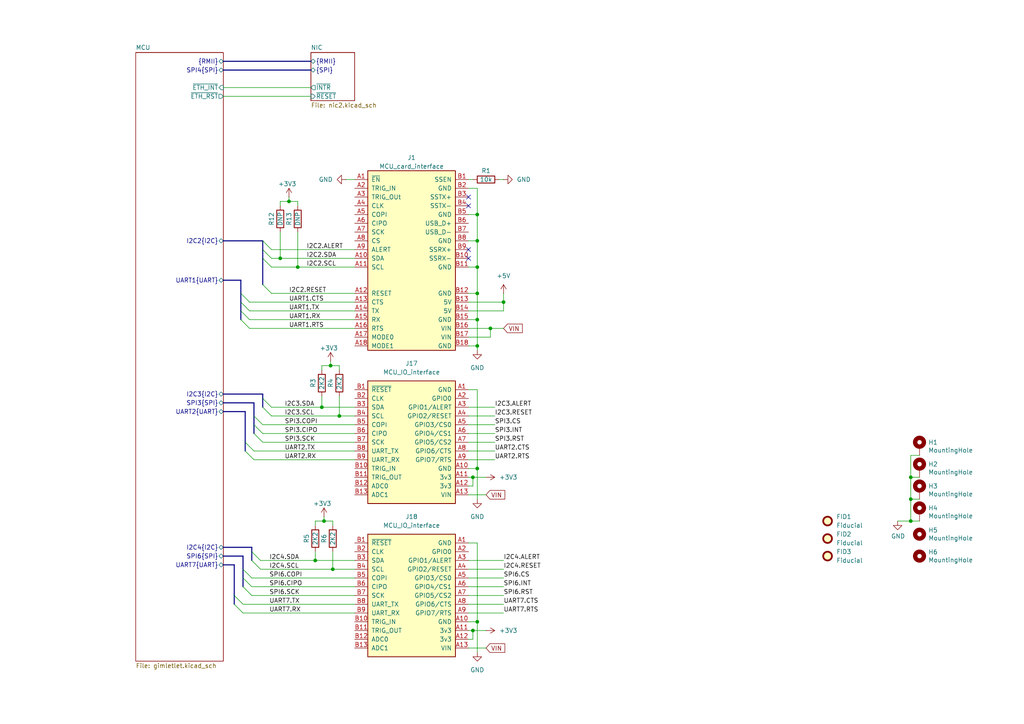
<source format=kicad_sch>
(kicad_sch (version 20250114) (generator "eeschema") (generator_version "9.0")
  (paper "A4")
  (lib_symbols
    (symbol "Mechanical:Fiducial"
      (property "Reference" "FID" (at 0 5.08 0))
      (property "Value" "Fiducial" (at 0 3.175 0))
      (symbol "Fiducial_0_1"
        (circle (center 0 0) (radius 1.27) (stroke (width 0.508)) (fill (type background)))
      )
    )
    (symbol "capable_library:MCU_IO_interface" (pin_names (offset 1.016))
      (property "Reference" "J?" (at -10.922 24.638 0))
      (property "Value" "MCU_IO_interface" (at 3.048 24.384 0))
      (symbol "MCU_IO_interface_1_1"
        (rectangle (start 12.7 -12.7) (end -12.7 22.86) (stroke (width 0.254)) (fill (type background)))
        (pin passive line (at -16.51 20.32 0) (length 3.81) (name "~{RESET}") (number "B1"))
        (pin passive line (at -16.51 17.78 0) (length 3.81) (name "CLK") (number "B2"))
        (pin passive line (at -16.51 15.24 0) (length 3.81) (name "SDA") (number "B3"))
        (pin passive line (at -16.51 12.7 0) (length 3.81) (name "SCL") (number "B4"))
        (pin passive line (at -16.51 10.16 0) (length 3.81) (name "COPI") (number "B5"))
        (pin passive line (at -16.51 7.62 0) (length 3.81) (name "CIPO") (number "B6"))
        (pin passive line (at -16.51 5.08 0) (length 3.81) (name "SCK") (number "B7"))
        (pin passive line (at -16.51 2.54 0) (length 3.81) (name "UART_TX") (number "B8"))
        (pin passive line (at -16.51 0 0) (length 3.81) (name "UART_RX") (number "B9"))
        (pin passive line (at -16.51 -2.54 0) (length 3.81) (name "TRIG_IN") (number "B10"))
        (pin passive line (at -16.51 -5.08 0) (length 3.81) (name "TRIG_OUT") (number "B11"))
        (pin passive line (at -16.51 -7.62 0) (length 3.81) (name "ADC0") (number "B12"))
        (pin passive line (at -16.51 -10.16 0) (length 3.81) (name "ADC1") (number "B13"))
        (pin passive line (at 16.51 20.32 180) (length 3.81) (name "GND") (number "A1"))
        (pin passive line (at 16.51 17.78 180) (length 3.81) (name "GPIO0") (number "A2"))
        (pin passive line (at 16.51 15.24 180) (length 3.81) (name "GPIO1/ALERT") (number "A3"))
        (pin passive line (at 16.51 12.7 180) (length 3.81) (name "GPIO2/RESET") (number "A4"))
        (pin passive line (at 16.51 10.16 180) (length 3.81) (name "GPIO3/CS0") (number "A5"))
        (pin passive line (at 16.51 7.62 180) (length 3.81) (name "GPIO4/CS1") (number "A6"))
        (pin passive line (at 16.51 5.08 180) (length 3.81) (name "GPIO5/CS2") (number "A7"))
        (pin passive line (at 16.51 2.54 180) (length 3.81) (name "GPIO6/CTS") (number "A8"))
        (pin passive line (at 16.51 0 180) (length 3.81) (name "GPIO7/RTS") (number "A9"))
        (pin passive line (at 16.51 -2.54 180) (length 3.81) (name "GND") (number "A10"))
        (pin passive line (at 16.51 -5.08 180) (length 3.81) (name "3v3") (number "A11"))
        (pin passive line (at 16.51 -7.62 180) (length 3.81) (name "3v3") (number "A12"))
        (pin passive line (at 16.51 -10.16 180) (length 3.81) (name "VIN") (number "A13"))
      )
    )
    (symbol "capable_library:MCU_card_interface" (pin_names (offset 1.016))
      (property "Reference" "J?" (at -10.922 24.638 0))
      (property "Value" "MCU_card_interface" (at 3.048 24.384 0))
      (symbol "MCU_card_interface_1_1"
        (rectangle (start -12.7 22.86) (end 12.7 -29.21) (stroke (width 0.254)) (fill (type background)))
        (text private "A1 and B17 have short pins\nB is topside, A is bottom side" (at 45.212 24.384 0) (effects (font (size 1.27 1.27))))
        (pin passive line (at -16.51 20.32 0) (length 3.81) (name "~{EN}") (number "A1"))
        (pin passive line (at -16.51 17.78 0) (length 3.81) (name "TRIG_IN") (number "A2"))
        (pin passive line (at -16.51 15.24 0) (length 3.81) (name "TRIG_OUt") (number "A3"))
        (pin passive line (at -16.51 12.7 0) (length 3.81) (name "CLK") (number "A4"))
        (pin passive line (at -16.51 10.16 0) (length 3.81) (name "COPI") (number "A5"))
        (pin passive line (at -16.51 7.62 0) (length 3.81) (name "CIPO") (number "A6"))
        (pin passive line (at -16.51 5.08 0) (length 3.81) (name "SCK") (number "A7"))
        (pin passive line (at -16.51 2.54 0) (length 3.81) (name "CS") (number "A8"))
        (pin passive line (at -16.51 0 0) (length 3.81) (name "ALERT") (number "A9"))
        (pin passive line (at -16.51 -2.54 0) (length 3.81) (name "SDA") (number "A10"))
        (pin passive line (at -16.51 -5.08 0) (length 3.81) (name "SCL") (number "A11"))
        (pin passive line (at -16.51 -12.7 0) (length 3.81) (name "RESET") (number "A12"))
        (pin passive line (at -16.51 -15.24 0) (length 3.81) (name "CTS") (number "A13"))
        (pin passive line (at -16.51 -17.78 0) (length 3.81) (name "TX") (number "A14"))
        (pin passive line (at -16.51 -20.32 0) (length 3.81) (name "RX") (number "A15"))
        (pin passive line (at -16.51 -22.86 0) (length 3.81) (name "RTS") (number "A16"))
        (pin passive line (at -16.51 -25.4 0) (length 3.81) (name "MODE0") (number "A17"))
        (pin passive line (at -16.51 -27.94 0) (length 3.81) (name "MODE1") (number "A18"))
        (pin passive line (at 16.51 20.32 180) (length 3.81) (name "SSEN") (number "B1"))
        (pin passive line (at 16.51 17.78 180) (length 3.81) (name "GND") (number "B2"))
        (pin passive line (at 16.51 15.24 180) (length 3.81) (name "SSTX+") (number "B3"))
        (pin passive line (at 16.51 12.7 180) (length 3.81) (name "SSTX-") (number "B4"))
        (pin passive line (at 16.51 10.16 180) (length 3.81) (name "GND") (number "B5"))
        (pin passive line (at 16.51 7.62 180) (length 3.81) (name "USB_D+") (number "B6"))
        (pin passive line (at 16.51 5.08 180) (length 3.81) (name "USB_D-") (number "B7"))
        (pin passive line (at 16.51 2.54 180) (length 3.81) (name "GND") (number "B8"))
        (pin passive line (at 16.51 0 180) (length 3.81) (name "SSRX+") (number "B9"))
        (pin passive line (at 16.51 -2.54 180) (length 3.81) (name "SSRX-") (number "B10"))
        (pin passive line (at 16.51 -5.08 180) (length 3.81) (name "GND") (number "B11"))
        (pin passive line (at 16.51 -12.7 180) (length 3.81) (name "GND") (number "B12"))
        (pin passive line (at 16.51 -15.24 180) (length 3.81) (name "5V") (number "B13"))
        (pin passive line (at 16.51 -17.78 180) (length 3.81) (name "5V") (number "B14"))
        (pin passive line (at 16.51 -20.32 180) (length 3.81) (name "GND") (number "B15"))
        (pin passive line (at 16.51 -22.86 180) (length 3.81) (name "VIN") (number "B16"))
        (pin passive line (at 16.51 -25.4 180) (length 3.81) (name "VIN") (number "B17"))
        (pin passive line (at 16.51 -27.94 180) (length 3.81) (name "GND") (number "B18"))
      )
    )
    (symbol "gimletlet-rescue:GND-power" (power) (pin_names (offset 0))
      (property "Value" "GND-power" (at 0 -3.81 0))
      (symbol "GND-power_0_1"
        (polyline (pts (xy 0 0) (xy 0 -1.27) (xy 1.27 -1.27) (xy 0 -2.54) (xy -1.27 -1.27) (xy 0 -1.27)))
      )
      (symbol "GND-power_1_1"
        (pin power_in line (at 0 0 270) (length 0) (hide yes) (name "GND") (number "1"))
      )
    )
    (symbol "gimletlet-rescue:MountingHole-Mechanical" (pin_names (offset 1.016))
      (property "Reference" "H" (at 0 5.08 0))
      (property "Value" "Mechanical_MountingHole" (at 0 3.175 0))
      (symbol "MountingHole-Mechanical_0_1"
        (circle (center 0 0) (radius 1.27) (stroke (width 1.27)))
      )
    )
    (symbol "gimletlet-rescue:MountingHole_Pad-Mechanical" (pin_numbers (hide yes)) (pin_names (offset 1.016) (hide yes))
      (property "Reference" "H" (at 0 6.35 0))
      (property "Value" "Mechanical_MountingHole_Pad" (at 0 4.445 0))
      (symbol "MountingHole_Pad-Mechanical_0_1"
        (circle (center 0 1.27) (radius 1.27) (stroke (width 1.27)))
      )
      (symbol "MountingHole_Pad-Mechanical_1_1"
        (pin input line (at 0 -2.54 90) (length 2.54) (name "1") (number "1"))
      )
    )
    (symbol "gimletlet-rescue:R-Device" (pin_numbers (hide yes)) (pin_names (offset 0))
      (property "Reference" "R" (at 2.032 0 90))
      (property "Value" "Device_R" (at 0 0 90))
      (symbol "R-Device_0_1"
        (rectangle (start -1.016 -2.54) (end 1.016 2.54) (stroke (width 0.254)))
      )
      (symbol "R-Device_1_1"
        (pin passive line (at 0 3.81 270) (length 1.27) (name "~") (number "1"))
        (pin passive line (at 0 -3.81 90) (length 1.27) (name "~") (number "2"))
      )
    )
    (symbol "power:+3V3" (power) (pin_numbers (hide yes)) (pin_names (offset 0) (hide yes))
      (property "Value" "+3V3" (at 0 3.556 0))
      (symbol "+3V3_0_1"
        (polyline (pts (xy -0.762 1.27) (xy 0 2.54)))
        (polyline (pts (xy 0 2.54) (xy 0.762 1.27)))
        (polyline (pts (xy 0 0) (xy 0 2.54)))
      )
      (symbol "+3V3_1_1"
        (pin power_in line (at 0 0 90) (length 0) (name "~") (number "1"))
      )
    )
    (symbol "power:+5V" (power) (pin_numbers (hide yes)) (pin_names (offset 0) (hide yes))
      (property "Value" "+5V" (at 0 3.556 0))
      (symbol "+5V_0_1"
        (polyline (pts (xy -0.762 1.27) (xy 0 2.54)))
        (polyline (pts (xy 0 2.54) (xy 0.762 1.27)))
        (polyline (pts (xy 0 0) (xy 0 2.54)))
      )
      (symbol "+5V_1_1"
        (pin power_in line (at 0 0 90) (length 0) (name "~") (number "1"))
      )
    )
    (symbol "power:GND" (power) (pin_numbers (hide yes)) (pin_names (offset 0) (hide yes))
      (property "Value" "GND" (at 0 -3.81 0))
      (symbol "GND_0_1"
        (polyline (pts (xy 0 0) (xy 0 -1.27) (xy 1.27 -1.27) (xy 0 -2.54) (xy -1.27 -1.27) (xy 0 -1.27)))
      )
      (symbol "GND_1_1"
        (pin power_in line (at 0 0 270) (length 0) (name "~") (number "1"))
      )
    )
  )
  (junction (at 138.43 77.47))
  (junction (at 138.43 69.85))
  (junction (at 142.24 95.25))
  (junction (at 138.43 85.09))
  (junction (at 138.43 92.71))
  (junction (at 138.43 62.23))
  (junction (at 138.43 100.33))
  (junction (at 264.16 144.78))
  (junction (at 83.82 58.42))
  (junction (at 93.345 118.11))
  (junction (at 138.43 135.89))
  (junction (at 137.16 182.88))
  (junction (at 91.44 162.56))
  (junction (at 96.52 165.1))
  (junction (at 86.36 77.47))
  (junction (at 95.885 106.045))
  (junction (at 93.98 151.13))
  (junction (at 81.28 74.93))
  (junction (at 264.16 138.43))
  (junction (at 264.16 151.13))
  (junction (at 98.425 120.65))
  (junction (at 137.16 138.43))
  (junction (at 146.05 87.63))
  (junction (at 138.43 180.34))
  (no_connect (at 135.89 72.39))
  (no_connect (at 135.89 74.93))
  (no_connect (at 135.89 59.69))
  (no_connect (at 135.89 57.15))
  (bus_entry (at 69.85 90.17) (size 2.54 2.54))
  (bus_entry (at 71.12 128.27) (size 2.54 2.54))
  (bus_entry (at 69.85 87.63) (size 2.54 2.54))
  (bus_entry (at 71.12 130.81) (size 2.54 2.54))
  (bus_entry (at 76.2 118.11) (size 2.54 2.54))
  (bus_entry (at 69.85 85.09) (size 2.54 2.54))
  (bus_entry (at 76.2 69.85) (size 2.54 2.54))
  (bus_entry (at 67.945 175.26) (size 2.54 2.54))
  (bus_entry (at 76.2 74.93) (size 2.54 2.54))
  (bus_entry (at 73.66 123.19) (size 2.54 2.54))
  (bus_entry (at 73.66 125.73) (size 2.54 2.54))
  (bus_entry (at 73.66 120.65) (size 2.54 2.54))
  (bus_entry (at 70.485 170.18) (size 2.54 2.54))
  (bus_entry (at 69.85 92.71) (size 2.54 2.54))
  (bus_entry (at 73.025 160.02) (size 2.54 2.54))
  (bus_entry (at 70.485 165.1) (size 2.54 2.54))
  (bus_entry (at 67.945 172.72) (size 2.54 2.54))
  (bus_entry (at 76.2 72.39) (size 2.54 2.54))
  (bus_entry (at 73.025 162.56) (size 2.54 2.54))
  (bus_entry (at 76.2 115.57) (size 2.54 2.54))
  (bus_entry (at 70.485 167.64) (size 2.54 2.54))
  (bus_entry (at 76.2 82.55) (size 2.54 2.54))
  (wire (pts (xy 138.43 77.47) (xy 138.43 69.85)))
  (wire (pts (xy 91.44 152.4) (xy 91.44 151.13)))
  (bus (pts (xy 64.77 114.3) (xy 76.2 114.3)))
  (wire (pts (xy 138.43 189.23) (xy 138.43 180.34)))
  (wire (pts (xy 138.43 100.33) (xy 138.43 92.71)))
  (wire (pts (xy 70.485 177.8) (xy 102.87 177.8)))
  (wire (pts (xy 91.44 151.13) (xy 93.98 151.13)))
  (wire (pts (xy 76.2 128.27) (xy 102.87 128.27)))
  (wire (pts (xy 75.565 165.1) (xy 96.52 165.1)))
  (wire (pts (xy 264.16 144.78) (xy 264.16 151.13)))
  (wire (pts (xy 135.89 125.73) (xy 143.51 125.73)))
  (wire (pts (xy 264.16 132.08) (xy 264.16 138.43)))
  (bus (pts (xy 69.85 85.09) (xy 69.85 87.63)))
  (wire (pts (xy 138.43 54.61) (xy 135.89 54.61)))
  (wire (pts (xy 135.89 170.18) (xy 146.05 170.18)))
  (wire (pts (xy 138.43 62.23) (xy 138.43 54.61)))
  (bus (pts (xy 73.66 123.19) (xy 73.66 125.73)))
  (wire (pts (xy 78.74 72.39) (xy 102.87 72.39)))
  (wire (pts (xy 135.89 118.11) (xy 143.51 118.11)))
  (wire (pts (xy 142.24 97.79) (xy 142.24 95.25)))
  (bus (pts (xy 64.77 17.78) (xy 90.17 17.78)))
  (bus (pts (xy 64.77 69.85) (xy 76.2 69.85)))
  (wire (pts (xy 144.78 52.07) (xy 146.05 52.07)))
  (wire (pts (xy 135.89 52.07) (xy 137.16 52.07)))
  (wire (pts (xy 86.36 58.42) (xy 83.82 58.42)))
  (bus (pts (xy 73.025 158.75) (xy 73.025 160.02)))
  (wire (pts (xy 73.66 130.81) (xy 102.87 130.81)))
  (bus (pts (xy 64.77 161.29) (xy 70.485 161.29)))
  (wire (pts (xy 135.89 92.71) (xy 138.43 92.71)))
  (bus (pts (xy 69.85 90.17) (xy 69.85 92.71)))
  (wire (pts (xy 135.89 90.17) (xy 146.05 90.17)))
  (wire (pts (xy 81.28 58.42) (xy 83.82 58.42)))
  (wire (pts (xy 138.43 180.34) (xy 138.43 157.48)))
  (bus (pts (xy 73.025 160.02) (xy 73.025 162.56)))
  (wire (pts (xy 73.025 170.18) (xy 102.87 170.18)))
  (wire (pts (xy 135.89 167.64) (xy 146.05 167.64)))
  (wire (pts (xy 137.16 182.88) (xy 137.16 185.42)))
  (wire (pts (xy 75.565 162.56) (xy 91.44 162.56)))
  (wire (pts (xy 93.345 114.935) (xy 93.345 118.11)))
  (wire (pts (xy 135.89 77.47) (xy 138.43 77.47)))
  (wire (pts (xy 135.89 69.85) (xy 138.43 69.85)))
  (wire (pts (xy 72.39 87.63) (xy 102.87 87.63)))
  (wire (pts (xy 135.89 175.26) (xy 146.05 175.26)))
  (wire (pts (xy 81.28 59.69) (xy 81.28 58.42)))
  (wire (pts (xy 138.43 69.85) (xy 138.43 62.23)))
  (bus (pts (xy 70.485 165.1) (xy 70.485 167.64)))
  (wire (pts (xy 98.425 106.045) (xy 95.885 106.045)))
  (wire (pts (xy 264.16 138.43) (xy 264.16 144.78)))
  (wire (pts (xy 96.52 165.1) (xy 102.87 165.1)))
  (wire (pts (xy 138.43 85.09) (xy 138.43 77.47)))
  (bus (pts (xy 64.77 158.75) (xy 73.025 158.75)))
  (wire (pts (xy 138.43 135.89) (xy 138.43 144.78)))
  (bus (pts (xy 69.85 81.28) (xy 69.85 85.09)))
  (wire (pts (xy 91.44 160.02) (xy 91.44 162.56)))
  (wire (pts (xy 135.89 172.72) (xy 146.05 172.72)))
  (wire (pts (xy 135.89 138.43) (xy 137.16 138.43)))
  (wire (pts (xy 73.025 172.72) (xy 102.87 172.72)))
  (wire (pts (xy 64.77 27.94) (xy 90.17 27.94)))
  (wire (pts (xy 264.16 151.13) (xy 260.35 151.13)))
  (wire (pts (xy 72.39 95.25) (xy 102.87 95.25)))
  (wire (pts (xy 78.74 77.47) (xy 86.36 77.47)))
  (wire (pts (xy 70.485 175.26) (xy 102.87 175.26)))
  (wire (pts (xy 98.425 120.65) (xy 102.87 120.65)))
  (wire (pts (xy 86.36 59.69) (xy 86.36 58.42)))
  (bus (pts (xy 76.2 115.57) (xy 76.2 118.11)))
  (wire (pts (xy 138.43 135.89) (xy 135.89 135.89)))
  (bus (pts (xy 64.77 20.32) (xy 90.17 20.32)))
  (wire (pts (xy 135.89 95.25) (xy 142.24 95.25)))
  (bus (pts (xy 73.66 116.84) (xy 73.66 120.65)))
  (wire (pts (xy 266.7 138.43) (xy 264.16 138.43)))
  (bus (pts (xy 64.77 116.84) (xy 73.66 116.84)))
  (wire (pts (xy 100.33 52.07) (xy 102.87 52.07)))
  (wire (pts (xy 138.43 85.09) (xy 135.89 85.09)))
  (wire (pts (xy 138.43 113.03) (xy 135.89 113.03)))
  (wire (pts (xy 95.885 106.045) (xy 95.885 104.775)))
  (wire (pts (xy 135.89 177.8) (xy 146.05 177.8)))
  (bus (pts (xy 64.77 163.83) (xy 67.945 163.83)))
  (wire (pts (xy 146.05 87.63) (xy 135.89 87.63)))
  (wire (pts (xy 135.89 123.19) (xy 143.51 123.19)))
  (bus (pts (xy 76.2 72.39) (xy 76.2 74.93)))
  (wire (pts (xy 266.7 144.78) (xy 264.16 144.78)))
  (wire (pts (xy 135.89 133.35) (xy 143.51 133.35)))
  (wire (pts (xy 137.16 138.43) (xy 140.97 138.43)))
  (wire (pts (xy 73.66 133.35) (xy 102.87 133.35)))
  (wire (pts (xy 78.74 85.09) (xy 102.87 85.09)))
  (wire (pts (xy 78.74 74.93) (xy 81.28 74.93)))
  (wire (pts (xy 98.425 114.935) (xy 98.425 120.65)))
  (wire (pts (xy 73.025 167.64) (xy 102.87 167.64)))
  (wire (pts (xy 135.89 130.81) (xy 143.51 130.81)))
  (wire (pts (xy 64.77 25.4) (xy 90.17 25.4)))
  (wire (pts (xy 135.89 162.56) (xy 146.05 162.56)))
  (wire (pts (xy 146.05 85.09) (xy 146.05 87.63)))
  (wire (pts (xy 78.74 118.11) (xy 93.345 118.11)))
  (wire (pts (xy 135.89 120.65) (xy 143.51 120.65)))
  (wire (pts (xy 264.16 151.13) (xy 266.7 151.13)))
  (wire (pts (xy 93.345 106.045) (xy 95.885 106.045)))
  (wire (pts (xy 91.44 162.56) (xy 102.87 162.56)))
  (bus (pts (xy 67.945 163.83) (xy 67.945 172.72)))
  (wire (pts (xy 266.7 132.08) (xy 264.16 132.08)))
  (wire (pts (xy 78.74 120.65) (xy 98.425 120.65)))
  (wire (pts (xy 83.82 58.42) (xy 83.82 57.15)))
  (wire (pts (xy 86.36 67.31) (xy 86.36 77.47)))
  (wire (pts (xy 135.89 187.96) (xy 140.97 187.96)))
  (wire (pts (xy 135.89 165.1) (xy 146.05 165.1)))
  (wire (pts (xy 81.28 67.31) (xy 81.28 74.93)))
  (wire (pts (xy 138.43 157.48) (xy 135.89 157.48)))
  (wire (pts (xy 98.425 107.315) (xy 98.425 106.045)))
  (bus (pts (xy 76.2 69.85) (xy 76.2 72.39)))
  (wire (pts (xy 81.28 74.93) (xy 102.87 74.93)))
  (bus (pts (xy 69.85 87.63) (xy 69.85 90.17)))
  (wire (pts (xy 76.2 123.19) (xy 102.87 123.19)))
  (bus (pts (xy 76.2 74.93) (xy 76.2 82.55)))
  (wire (pts (xy 137.16 182.88) (xy 140.97 182.88)))
  (wire (pts (xy 93.345 118.11) (xy 102.87 118.11)))
  (wire (pts (xy 135.89 182.88) (xy 137.16 182.88)))
  (wire (pts (xy 76.2 125.73) (xy 102.87 125.73)))
  (wire (pts (xy 72.39 90.17) (xy 102.87 90.17)))
  (bus (pts (xy 73.66 120.65) (xy 73.66 123.19)))
  (bus (pts (xy 64.77 119.38) (xy 71.12 119.38)))
  (wire (pts (xy 138.43 135.89) (xy 138.43 113.03)))
  (wire (pts (xy 96.52 152.4) (xy 96.52 151.13)))
  (bus (pts (xy 76.2 114.3) (xy 76.2 115.57)))
  (bus (pts (xy 64.77 81.28) (xy 69.85 81.28)))
  (bus (pts (xy 70.485 167.64) (xy 70.485 170.18)))
  (wire (pts (xy 86.36 77.47) (xy 102.87 77.47)))
  (bus (pts (xy 71.12 128.27) (xy 71.12 130.81)))
  (wire (pts (xy 96.52 151.13) (xy 93.98 151.13)))
  (wire (pts (xy 138.43 101.6) (xy 138.43 100.33)))
  (bus (pts (xy 67.945 172.72) (xy 67.945 175.26)))
  (wire (pts (xy 146.05 90.17) (xy 146.05 87.63)))
  (bus (pts (xy 71.12 119.38) (xy 71.12 128.27)))
  (wire (pts (xy 93.345 107.315) (xy 93.345 106.045)))
  (wire (pts (xy 135.89 128.27) (xy 143.51 128.27)))
  (bus (pts (xy 70.485 161.29) (xy 70.485 165.1)))
  (wire (pts (xy 96.52 160.02) (xy 96.52 165.1)))
  (wire (pts (xy 137.16 140.97) (xy 135.89 140.97)))
  (wire (pts (xy 137.16 185.42) (xy 135.89 185.42)))
  (wire (pts (xy 135.89 62.23) (xy 138.43 62.23)))
  (wire (pts (xy 142.24 95.25) (xy 146.05 95.25)))
  (wire (pts (xy 137.16 138.43) (xy 137.16 140.97)))
  (wire (pts (xy 135.89 100.33) (xy 138.43 100.33)))
  (wire (pts (xy 93.98 151.13) (xy 93.98 149.86)))
  (wire (pts (xy 138.43 92.71) (xy 138.43 85.09)))
  (wire (pts (xy 72.39 92.71) (xy 102.87 92.71)))
  (wire (pts (xy 138.43 180.34) (xy 135.89 180.34)))
  (wire (pts (xy 135.89 143.51) (xy 140.97 143.51)))
  (wire (pts (xy 135.89 97.79) (xy 142.24 97.79)))
  (label "SPI3.RST" (at 143.51 128.27 0))
  (label "I2C3.RESET" (at 143.51 120.65 0))
  (label "I2C3.SCL" (at 82.55 120.65 0))
  (label "I2C4.ALERT" (at 146.05 162.56 0))
  (label "SPI6.COPI" (at 78.105 167.64 0))
  (label "I2C4.RESET" (at 146.05 165.1 0))
  (label "SPI3.SCK" (at 82.55 128.27 0))
  (label "UART7.RX" (at 78.105 177.8 0))
  (label "UART7.CTS" (at 146.05 175.26 0))
  (label "I2C4.SDA" (at 78.105 162.56 0))
  (label "UART2.RX" (at 82.55 133.35 0))
  (label "I2C4.SCL" (at 78.105 165.1 0))
  (label "I2C2.RESET" (at 83.82 85.09 0))
  (label "SPI3.INT" (at 143.51 125.73 0))
  (label "SPI3.COPI" (at 82.55 123.19 0))
  (label "UART2.TX" (at 82.55 130.81 0))
  (label "UART1.TX" (at 83.82 90.17 0))
  (label "SPI6.RST" (at 146.05 172.72 0))
  (label "I2C2.ALERT" (at 88.9 72.39 0))
  (label "SPI6.CIPO" (at 78.105 170.18 0))
  (label "I2C3.SDA" (at 82.55 118.11 0))
  (label "UART2.RTS" (at 143.51 133.35 0))
  (label "I2C2.SCL" (at 88.9 77.47 0))
  (label "I2C3.ALERT" (at 143.51 118.11 0))
  (label "I2C2.SDA" (at 88.9 74.93 0))
  (label "UART7.TX" (at 78.105 175.26 0))
  (label "SPI6.SCK" (at 78.105 172.72 0))
  (label "UART2.CTS" (at 143.51 130.81 0))
  (label "SPI6.INT" (at 146.05 170.18 0))
  (label "SPI3.CIPO" (at 82.55 125.73 0))
  (label "UART1.CTS" (at 83.82 87.63 0))
  (label "SPI3.CS" (at 143.51 123.19 0))
  (label "UART1.RX" (at 83.82 92.71 0))
  (label "UART1.RTS" (at 83.82 95.25 0))
  (label "SPI6.CS" (at 146.05 167.64 0))
  (label "UART7.RTS" (at 146.05 177.8 0))
  (global_label "VIN" (shape input) (at 146.05 95.25 0) (property "Intersheetrefs" "${INTERSHEET_REFS}" (effects (hide yes))))
  (global_label "VIN" (shape input) (at 140.97 187.96 0) (property "Intersheetrefs" "${INTERSHEET_REFS}" (effects (hide yes))))
  (global_label "VIN" (shape input) (at 140.97 143.51 0) (property "Intersheetrefs" "${INTERSHEET_REFS}" (effects (hide yes))))
  (symbol (lib_id "gimletlet-rescue:MountingHole_Pad-Mechanical") (at 266.7 129.54 0) (unit 1)
    (property "Reference" "H1" (at 269.24 128.2954 0) (effects (justify left)))
    (property "Value" "MountingHole" (at 269.24 130.6068 0) (effects (justify left)))
    (property "Footprint" "MountingHole:MountingHole_3.2mm_M3_Pad_Via" (effects (hide yes)))
  )
  (symbol (lib_id "gimletlet-rescue:MountingHole_Pad-Mechanical") (at 266.7 135.89 0) (unit 1)
    (property "Reference" "H2" (at 269.24 134.6454 0) (effects (justify left)))
    (property "Value" "MountingHole" (at 269.24 136.9568 0) (effects (justify left)))
    (property "Footprint" "MountingHole:MountingHole_3.2mm_M3_Pad_Via" (effects (hide yes)))
  )
  (symbol (lib_id "gimletlet-rescue:MountingHole_Pad-Mechanical") (at 266.7 142.24 0) (unit 1)
    (property "Reference" "H3" (at 269.24 140.9954 0) (effects (justify left)))
    (property "Value" "MountingHole" (at 269.24 143.3068 0) (effects (justify left)))
    (property "Footprint" "MountingHole:MountingHole_3.2mm_M3_Pad_Via" (effects (hide yes)))
  )
  (symbol (lib_id "gimletlet-rescue:MountingHole_Pad-Mechanical") (at 266.7 148.59 0) (unit 1)
    (property "Reference" "H4" (at 269.24 147.3454 0) (effects (justify left)))
    (property "Value" "MountingHole" (at 269.24 149.6568 0) (effects (justify left)))
    (property "Footprint" "MountingHole:MountingHole_3.2mm_M3_Pad_Via" (effects (hide yes)))
  )
  (symbol (lib_id "gimletlet-rescue:MountingHole-Mechanical") (at 266.7 154.94 0) (unit 1)
    (property "Reference" "H5" (at 269.24 153.7716 0) (effects (justify left)))
    (property "Value" "MountingHole" (at 269.24 156.083 0) (effects (justify left)))
    (property "Footprint" "MountingHole:MountingHole_3.2mm_M3" (effects (hide yes)))
  )
  (symbol (lib_id "gimletlet-rescue:MountingHole-Mechanical") (at 266.7 161.29 0) (unit 1)
    (property "Reference" "H6" (at 269.24 160.1216 0) (effects (justify left)))
    (property "Value" "MountingHole" (at 269.24 162.433 0) (effects (justify left)))
    (property "Footprint" "MountingHole:MountingHole_3.2mm_M3" (effects (hide yes)))
  )
  (symbol (lib_id "gimletlet-rescue:GND-power") (at 260.35 151.13 0) (unit 1)
    (property "Reference" "#PWR05" (effects (hide yes)))
    (property "Value" "GND" (at 260.477 155.5242 0))
  )
  (symbol (lib_id "gimletlet-rescue:R-Device") (at 93.345 111.125 0) (unit 1)
    (property "Reference" "R3" (at 90.805 111.125 90))
    (property "Value" "2K2" (at 93.345 111.125 90))
    (property "Footprint" "Resistor_SMD:R_0402_1005Metric" (effects (hide yes)))
  )
  (symbol (lib_id "power:+3V3") (at 140.97 138.43 270) (unit 1)
    (property "Reference" "#PWR0116" (effects (hide yes)))
    (property "Value" "+3V3" (at 144.78 138.4299 90) (effects (justify left)))
    (property "Description" "Power symbol creates a global label with name \"+3V3\"" (effects (hide yes)))
  )
  (symbol (lib_id "gimletlet-rescue:R-Device") (at 86.36 63.5 0) (unit 1)
    (property "Reference" "R13" (at 83.82 63.5 90))
    (property "Value" "DNP" (at 86.36 63.5 90))
    (property "Footprint" "Resistor_SMD:R_0402_1005Metric" (effects (hide yes)))
  )
  (symbol (lib_id "gimletlet-rescue:R-Device") (at 140.97 52.07 270) (unit 1)
    (property "Reference" "R1" (at 140.97 49.53 90))
    (property "Value" "10k" (at 140.97 52.07 90))
    (property "Footprint" "Resistor_SMD:R_0402_1005Metric" (effects (hide yes)))
  )
  (symbol (lib_id "power:GND") (at 138.43 189.23 0) (unit 1)
    (property "Reference" "#PWR0114" (effects (hide yes)))
    (property "Value" "GND" (at 138.43 194.31 0))
    (property "Description" "Power symbol creates a global label with name \"GND\" , ground" (effects (hide yes)))
  )
  (symbol (lib_id "Mechanical:Fiducial") (at 240.03 151.13 0) (unit 1)
    (property "Reference" "FID1" (at 242.57 149.8599 0) (effects (justify left)))
    (property "Value" "Fiducial" (at 242.57 152.3999 0) (effects (justify left)))
    (property "Footprint" "Fiducial:Fiducial_0.75mm_Mask1.5mm" (effects (hide yes)))
  )
  (symbol (lib_id "gimletlet-rescue:R-Device") (at 91.44 156.21 0) (unit 1)
    (property "Reference" "R5" (at 88.9 156.21 90))
    (property "Value" "2K2" (at 91.44 156.21 90))
    (property "Footprint" "Resistor_SMD:R_0402_1005Metric" (effects (hide yes)))
  )
  (symbol (lib_id "power:GND") (at 138.43 144.78 0) (unit 1)
    (property "Reference" "#PWR0113" (effects (hide yes)))
    (property "Value" "GND" (at 138.43 149.86 0))
    (property "Description" "Power symbol creates a global label with name \"GND\" , ground" (effects (hide yes)))
  )
  (symbol (lib_id "capable_library:MCU_IO_interface") (at 119.38 133.35 0) (unit 1)
    (property "Reference" "J17" (at 119.38 105.41 0))
    (property "Value" "MCU_IO_interface" (at 119.38 107.95 0))
    (property "Footprint" "M55:M55-6002642R" (effects (hide yes)))
    (property "Description" "Generic connector, double row, 02x18, row letter first pin numbering scheme (pin number consists of a letter for the row and a number for the pin index in this row. a1, ..., aN; b1, ..., bN), script generated (kicad-library-utils/schlib/autogen/connector/)" (effects (hide yes)))
  )
  (symbol (lib_id "power:+3V3") (at 93.98 149.86 0) (unit 1)
    (property "Reference" "#PWR019" (effects (hide yes)))
    (property "Value" "+3V3" (at 93.472 146.05 0))
    (property "Description" "Power symbol creates a global label with name \"+3V3\"" (effects (hide yes)))
  )
  (symbol (lib_id "capable_library:MCU_card_interface") (at 119.38 72.39 0) (unit 1)
    (property "Reference" "J1" (at 119.38 45.72 0))
    (property "Value" "MCU_card_interface" (at 119.38 48.26 0))
    (property "Footprint" "Connector_PCBEdge:BUS_PCIexpress_x1" (effects (hide yes)))
    (property "Description" "Generic connector, double row, 02x18, row letter first pin numbering scheme (pin number consists of a letter for the row and a number for the pin index in this row. a1, ..., aN; b1, ..., bN), script generated (kicad-library-utils/schlib/autogen/connector/)" (effects (hide yes)))
  )
  (symbol (lib_id "power:GND") (at 146.05 52.07 90) (unit 1)
    (property "Reference" "#PWR02" (effects (hide yes)))
    (property "Value" "GND" (at 149.86 52.0699 90) (effects (justify right)))
    (property "Description" "Power symbol creates a global label with name \"GND\" , ground" (effects (hide yes)))
  )
  (symbol (lib_id "gimletlet-rescue:R-Device") (at 96.52 156.21 0) (unit 1)
    (property "Reference" "R6" (at 93.98 156.21 90))
    (property "Value" "2K2" (at 96.52 156.21 90))
    (property "Footprint" "Resistor_SMD:R_0402_1005Metric" (effects (hide yes)))
  )
  (symbol (lib_id "power:+3V3") (at 83.82 57.15 0) (unit 1)
    (property "Reference" "#PWR08" (effects (hide yes)))
    (property "Value" "+3V3" (at 83.312 53.34 0))
    (property "Description" "Power symbol creates a global label with name \"+3V3\"" (effects (hide yes)))
  )
  (symbol (lib_id "power:+3V3") (at 140.97 182.88 270) (unit 1)
    (property "Reference" "#PWR0115" (effects (hide yes)))
    (property "Value" "+3V3" (at 144.78 182.8799 90) (effects (justify left)))
    (property "Description" "Power symbol creates a global label with name \"+3V3\"" (effects (hide yes)))
  )
  (symbol (lib_id "power:+3V3") (at 95.885 104.775 0) (unit 1)
    (property "Reference" "#PWR017" (effects (hide yes)))
    (property "Value" "+3V3" (at 95.377 100.965 0))
    (property "Description" "Power symbol creates a global label with name \"+3V3\"" (effects (hide yes)))
  )
  (symbol (lib_id "power:+5V") (at 146.05 85.09 0) (unit 1)
    (property "Reference" "#PWR03" (effects (hide yes)))
    (property "Value" "+5V" (at 146.05 80.01 0))
    (property "Description" "Power symbol creates a global label with name \"+5V\"" (effects (hide yes)))
  )
  (symbol (lib_id "capable_library:MCU_IO_interface") (at 119.38 177.8 0) (unit 1)
    (property "Reference" "J18" (at 119.38 149.86 0))
    (property "Value" "MCU_IO_interface" (at 119.38 152.4 0))
    (property "Footprint" "M55:M55-6002642R" (effects (hide yes)))
    (property "Description" "Generic connector, double row, 02x18, row letter first pin numbering scheme (pin number consists of a letter for the row and a number for the pin index in this row. a1, ..., aN; b1, ..., bN), script generated (kicad-library-utils/schlib/autogen/connector/)" (effects (hide yes)))
  )
  (symbol (lib_id "gimletlet-rescue:R-Device") (at 98.425 111.125 0) (unit 1)
    (property "Reference" "R4" (at 95.885 111.125 90))
    (property "Value" "2K2" (at 98.425 111.125 90))
    (property "Footprint" "Resistor_SMD:R_0402_1005Metric" (effects (hide yes)))
  )
  (symbol (lib_id "gimletlet-rescue:R-Device") (at 81.28 63.5 0) (unit 1)
    (property "Reference" "R12" (at 78.74 63.5 90))
    (property "Value" "DNP" (at 81.28 63.5 90))
    (property "Footprint" "Resistor_SMD:R_0402_1005Metric" (effects (hide yes)))
  )
  (symbol (lib_id "power:GND") (at 100.33 52.07 270) (unit 1)
    (property "Reference" "#PWR01" (effects (hide yes)))
    (property "Value" "GND" (at 96.52 52.0699 90) (effects (justify right)))
    (property "Description" "Power symbol creates a global label with name \"GND\" , ground" (effects (hide yes)))
  )
  (symbol (lib_id "power:GND") (at 138.43 101.6 0) (unit 1)
    (property "Reference" "#PWR04" (effects (hide yes)))
    (property "Value" "GND" (at 138.43 106.68 0))
    (property "Description" "Power symbol creates a global label with name \"GND\" , ground" (effects (hide yes)))
  )
  (symbol (lib_id "Mechanical:Fiducial") (at 240.03 161.29 0) (unit 1)
    (property "Reference" "FID3" (at 242.57 160.0199 0) (effects (justify left)))
    (property "Value" "Fiducial" (at 242.57 162.5599 0) (effects (justify left)))
    (property "Footprint" "Fiducial:Fiducial_0.75mm_Mask1.5mm" (effects (hide yes)))
  )
  (symbol (lib_id "Mechanical:Fiducial") (at 240.03 156.21 0) (unit 1)
    (property "Reference" "FID2" (at 242.57 154.9399 0) (effects (justify left)))
    (property "Value" "Fiducial" (at 242.57 157.4799 0) (effects (justify left)))
    (property "Footprint" "Fiducial:Fiducial_0.75mm_Mask1.5mm" (effects (hide yes)))
  )
  (sheet (at 90.17 15.24) (size 12.7 13.97) (stroke (width 0.1524))
    (property "Sheetname" "NIC" (at 90.17 14.5284 0) (effects (justify left bottom)))
    (property "Sheetfile" "nic2.kicad_sch" (at 90.17 29.7946 0) (effects (justify left top)))
    (pin "{RMII}" bidirectional (at 90.17 17.78 180))
    (pin "{SPI}" bidirectional (at 90.17 20.32 180))
    (pin "~{INTR}" output (at 90.17 25.4 180))
    (pin "~{RESET}" input (at 90.17 27.94 180))
  )
  (sheet (at 39.37 15.24) (size 25.4 176.53) (stroke (width 0.1524))
    (property "Sheetname" "MCU" (at 39.37 14.5284 0) (effects (justify left bottom)))
    (property "Sheetfile" "gimletlet.kicad_sch" (at 39.37 192.3546 0) (effects (justify left top)))
    (pin "I2C2{I2C}" bidirectional (at 64.77 69.85 0))
    (pin "{RMII}" bidirectional (at 64.77 17.78 0))
    (pin "~{ETH_INT}" input (at 64.77 25.4 0))
    (pin "~{ETH_RST}" output (at 64.77 27.94 0))
    (pin "SPI4{SPI}" bidirectional (at 64.77 20.32 0))
    (pin "I2C3{I2C}" bidirectional (at 64.77 114.3 0))
    (pin "SPI3{SPI}" bidirectional (at 64.77 116.84 0))
    (pin "UART1{UART}" bidirectional (at 64.77 81.28 0))
    (pin "UART2{UART}" bidirectional (at 64.77 119.38 0))
    (pin "UART7{UART}" bidirectional (at 64.77 163.83 0))
    (pin "I2C4{I2C}" bidirectional (at 64.77 158.75 0))
    (pin "SPI6{SPI}" bidirectional (at 64.77 161.29 0))
  )
)
</source>
